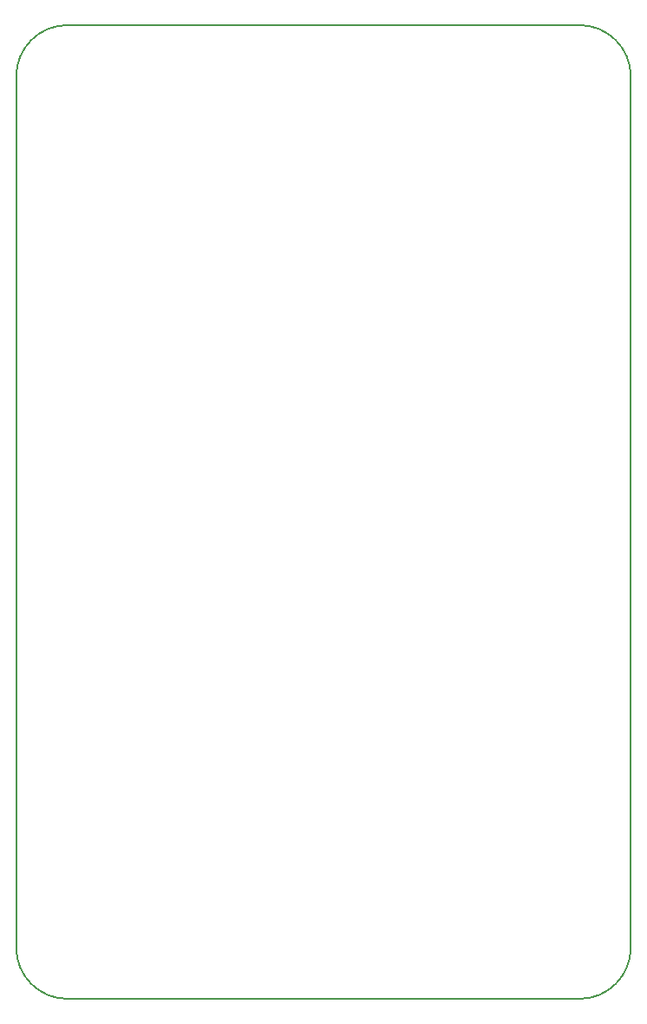
<source format=gbr>
G04 #@! TF.FileFunction,Profile,NP*
%FSLAX46Y46*%
G04 Gerber Fmt 4.6, Leading zero omitted, Abs format (unit mm)*
G04 Created by KiCad (PCBNEW 4.0.6) date 10/14/17 15:28:18*
%MOMM*%
%LPD*%
G01*
G04 APERTURE LIST*
%ADD10C,0.100000*%
%ADD11C,0.150000*%
G04 APERTURE END LIST*
D10*
D11*
X155000000Y-50000000D02*
G75*
G03X150000000Y-55000000I0J-5000000D01*
G01*
X210000000Y-55000000D02*
G75*
G03X205000000Y-50000000I-5000000J0D01*
G01*
X155000000Y-50000000D02*
X205000000Y-50000000D01*
X155000000Y-145000000D02*
X205000000Y-145000000D01*
X150000000Y-140000000D02*
G75*
G03X155000000Y-145000000I5000000J0D01*
G01*
X205000000Y-145000000D02*
G75*
G03X210000000Y-140000000I0J5000000D01*
G01*
X210000000Y-55000000D02*
X210000000Y-140000000D01*
X150000000Y-140000000D02*
X150000000Y-55000000D01*
M02*

</source>
